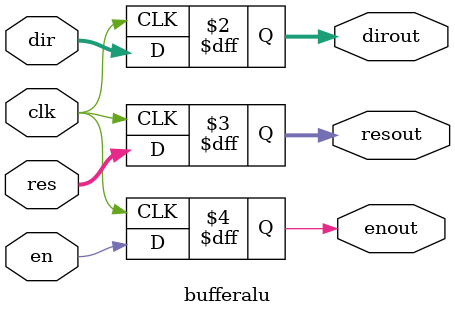
<source format=v>
module bufferalu(
	input clk, en,
	input [6:0]dir,
	input [31:0]res,
	output reg [6:0]dirout,
	output reg [31:0]resout,
	output reg enout
);
always  @(posedge clk)
begin
	enout = en;
	resout = res;
	dirout = dir;
end
endmodule
</source>
